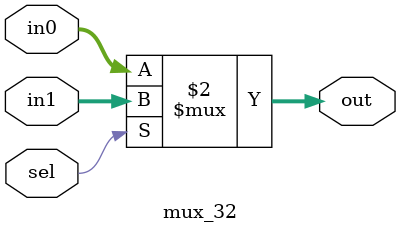
<source format=v>
module mux_32(in0,in1,out,sel);
input [31:0] in0;
input [31:0] in1;
input sel;
output [31:0] out;
assign out = (sel==1'b0)?in0:in1;

endmodule
</source>
